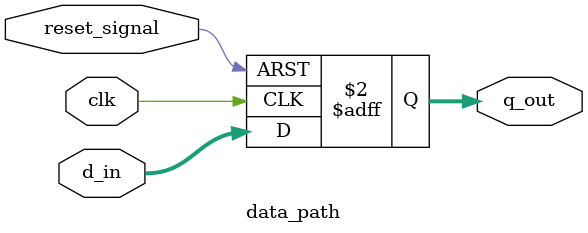
<source format=sv>
module param_d_register #(
    parameter WIDTH = 8
) (
    input wire clk,
    input wire rst_n,
    input wire [WIDTH-1:0] d,
    output wire [WIDTH-1:0] q
);
    // 内部连线
    wire [WIDTH-1:0] data_to_reg;
    wire reset_signal;
    
    // 实例化重置控制子模块
    reset_controller #(
        .WIDTH(WIDTH)
    ) u_reset_controller (
        .rst_n(rst_n),
        .reset_out(reset_signal)
    );
    
    // 实例化数据传输子模块
    data_path #(
        .WIDTH(WIDTH)
    ) u_data_path (
        .clk(clk),
        .reset_signal(reset_signal),
        .d_in(d),
        .q_out(q)
    );
    
endmodule

// 重置控制子模块
module reset_controller #(
    parameter WIDTH = 8
) (
    input wire rst_n,
    output wire reset_out
);
    // 生成活跃低重置信号
    assign reset_out = !rst_n;
endmodule

// 数据传输子模块
module data_path #(
    parameter WIDTH = 8
) (
    input wire clk,
    input wire reset_signal,
    input wire [WIDTH-1:0] d_in,
    output reg [WIDTH-1:0] q_out
);
    // 数据寄存器实现
    always @(posedge clk or posedge reset_signal) begin
        if (reset_signal)
            q_out <= {WIDTH{1'b0}};
        else
            q_out <= d_in;
    end
endmodule
</source>
